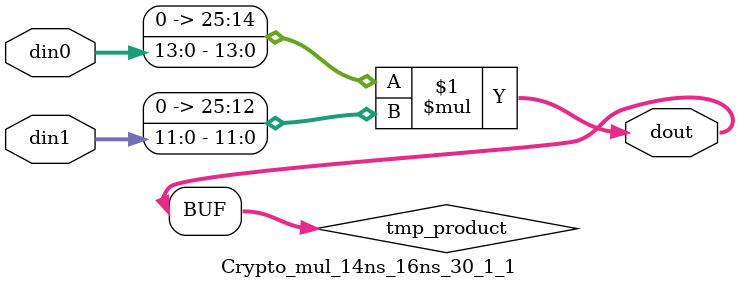
<source format=v>

`timescale 1 ns / 1 ps

  module Crypto_mul_14ns_16ns_30_1_1(din0, din1, dout);
parameter ID = 1;
parameter NUM_STAGE = 0;
parameter din0_WIDTH = 14;
parameter din1_WIDTH = 12;
parameter dout_WIDTH = 26;

input [din0_WIDTH - 1 : 0] din0; 
input [din1_WIDTH - 1 : 0] din1; 
output [dout_WIDTH - 1 : 0] dout;

wire signed [dout_WIDTH - 1 : 0] tmp_product;










assign tmp_product = $signed({1'b0, din0}) * $signed({1'b0, din1});











assign dout = tmp_product;







endmodule

</source>
